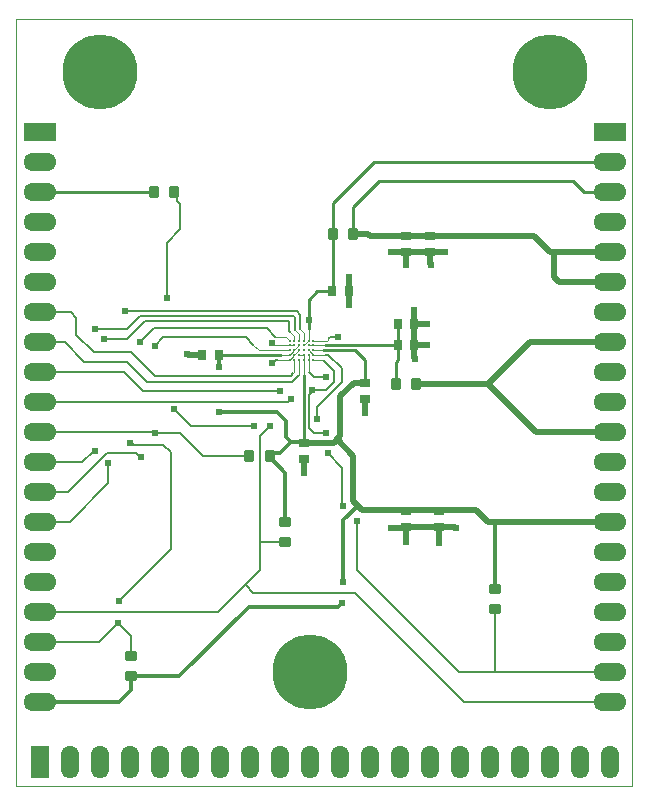
<source format=gtl>
G04*
G04 #@! TF.GenerationSoftware,Altium Limited,Altium Designer,22.1.2 (22)*
G04*
G04 Layer_Physical_Order=1*
G04 Layer_Color=255*
%FSLAX25Y25*%
%MOIN*%
G70*
G04*
G04 #@! TF.SameCoordinates,E10519B3-167D-45EA-A28F-B3D4EE67A307*
G04*
G04*
G04 #@! TF.FilePolarity,Positive*
G04*
G01*
G75*
%ADD12C,0.01000*%
%ADD14C,0.01200*%
%ADD15C,0.00400*%
G04:AMPARAMS|DCode=16|XSize=39.37mil|YSize=35.43mil|CornerRadius=4.43mil|HoleSize=0mil|Usage=FLASHONLY|Rotation=180.000|XOffset=0mil|YOffset=0mil|HoleType=Round|Shape=RoundedRectangle|*
%AMROUNDEDRECTD16*
21,1,0.03937,0.02657,0,0,180.0*
21,1,0.03051,0.03543,0,0,180.0*
1,1,0.00886,-0.01526,0.01329*
1,1,0.00886,0.01526,0.01329*
1,1,0.00886,0.01526,-0.01329*
1,1,0.00886,-0.01526,-0.01329*
%
%ADD16ROUNDEDRECTD16*%
G04:AMPARAMS|DCode=17|XSize=39.37mil|YSize=35.43mil|CornerRadius=4.43mil|HoleSize=0mil|Usage=FLASHONLY|Rotation=270.000|XOffset=0mil|YOffset=0mil|HoleType=Round|Shape=RoundedRectangle|*
%AMROUNDEDRECTD17*
21,1,0.03937,0.02657,0,0,270.0*
21,1,0.03051,0.03543,0,0,270.0*
1,1,0.00886,-0.01329,-0.01526*
1,1,0.00886,-0.01329,0.01526*
1,1,0.00886,0.01329,0.01526*
1,1,0.00886,0.01329,-0.01526*
%
%ADD17ROUNDEDRECTD17*%
%ADD18R,0.02953X0.03740*%
%ADD19R,0.03740X0.02953*%
%ADD20C,0.00945*%
%ADD31C,0.02000*%
%ADD32C,0.00600*%
%ADD33C,0.00800*%
%ADD34C,0.25000*%
%ADD35O,0.11000X0.06000*%
%ADD36R,0.11000X0.06000*%
%ADD37O,0.06000X0.11000*%
%ADD38R,0.06000X0.11000*%
%ADD39C,0.02400*%
D12*
X195963Y214549D02*
Y237230D01*
X197537Y255300D02*
Y262037D01*
Y252313D02*
Y255300D01*
X203000Y246917D02*
X227161D01*
X202375Y245342D02*
X213057D01*
X167756Y243000D02*
X168498Y243742D01*
X108000Y298000D02*
X146000D01*
X168498Y243742D02*
X188375D01*
X213057Y245342D02*
X216200Y242200D01*
Y234456D02*
Y242200D01*
X195963Y214549D02*
X196000Y214512D01*
X289300Y298000D02*
X298000D01*
X285600Y301700D02*
X289300Y298000D01*
X221000Y301700D02*
X285600D01*
X212347Y284000D02*
Y293046D01*
X221000Y301700D01*
X205654Y294253D02*
X219400Y308000D01*
X298000D01*
X205654Y284000D02*
Y294253D01*
X205488Y265000D02*
X205571Y265083D01*
Y283917D01*
X205654Y284000D01*
X205388Y264900D02*
X205488Y265000D01*
X200400Y264900D02*
X205388D01*
X197537Y262037D02*
X200400Y264900D01*
X226654Y241354D02*
X227244Y241944D01*
Y247000D01*
X226654Y234000D02*
Y241354D01*
X227244Y247000D02*
Y254000D01*
X227161Y246917D02*
X227244Y247000D01*
D14*
X259500Y188000D02*
X259600Y187900D01*
Y165893D02*
Y187900D01*
X209100Y168100D02*
Y188700D01*
X213900Y193500D01*
X177600Y159800D02*
X207300D01*
X208700Y161200D01*
X154454Y136653D02*
X177600Y159800D01*
X138400Y136653D02*
X154454D01*
X138400Y132000D02*
Y136653D01*
X134400Y128000D02*
X138400Y132000D01*
X108000Y128000D02*
X134400D01*
X184500Y209703D02*
X189800Y204403D01*
Y188093D02*
Y204403D01*
X184500Y209703D02*
Y209900D01*
X185672Y211072D02*
X188072D01*
X191700Y214700D01*
X184500Y209900D02*
X185672Y211072D01*
X191700Y214700D02*
X195812D01*
X195963Y214549D01*
X189900Y216500D02*
X191700Y214700D01*
X189900Y216500D02*
Y221600D01*
X186900Y224600D02*
X189900Y221600D01*
X167600Y224600D02*
X186900D01*
X167600Y239600D02*
Y240200D01*
X167656Y240256D01*
Y243700D01*
X157000Y243900D02*
X157200Y243700D01*
D15*
X203492Y248492D02*
X204302Y249302D01*
X199112Y248492D02*
X203492D01*
X199112Y246917D02*
X203000D01*
X199112Y245342D02*
X202375D01*
X197537Y238063D02*
Y242193D01*
Y243768D01*
X191213Y243742D02*
X192813Y245342D01*
X197537Y246917D02*
X199112D01*
X195963Y242193D02*
Y243768D01*
Y237230D02*
Y242193D01*
X194388Y237088D02*
Y242193D01*
X179100Y247100D02*
X180858Y245342D01*
X191238D01*
X185200Y247300D02*
X185583Y246917D01*
X185200Y247300D02*
Y247600D01*
X185583Y246917D02*
X191238D01*
X191400Y251500D02*
X192813Y250087D01*
Y248492D02*
Y250087D01*
X186400Y249800D02*
X189930D01*
X191238Y248492D01*
X192300Y237600D02*
X192813Y238113D01*
Y242193D01*
X199112D02*
X202207D01*
X202800Y241600D01*
X194800Y252300D02*
X195963Y251137D01*
Y248492D02*
Y251137D01*
X193100Y252100D02*
X194388Y250812D01*
Y248492D02*
Y250812D01*
X191238Y246917D02*
X192813D01*
X199112Y243768D02*
X203050D01*
X197537Y245342D02*
X199112Y243768D01*
X195963Y246917D02*
X197675Y248630D01*
X194388Y243768D02*
X195963D01*
X197537Y248492D02*
Y252313D01*
Y245342D02*
X197537D01*
X187200Y242193D02*
X191238D01*
X192813Y243768D01*
X194388Y245342D01*
X192813D02*
X194388Y246917D01*
X188375Y243742D02*
X191213D01*
X100000Y100000D02*
Y355600D01*
X305300D01*
Y100000D02*
Y355600D01*
X100000Y100000D02*
X305300D01*
D16*
X259600Y165893D02*
D03*
Y159200D02*
D03*
X189800Y181400D02*
D03*
Y188093D02*
D03*
X138400Y143347D02*
D03*
Y136653D02*
D03*
D17*
X177807Y209900D02*
D03*
X184500D02*
D03*
X226654Y234000D02*
D03*
X233347D02*
D03*
X146000Y298000D02*
D03*
X152693D02*
D03*
X205654Y284000D02*
D03*
X212347D02*
D03*
D18*
X162144Y243700D02*
D03*
X167656D02*
D03*
X232756Y254000D02*
D03*
X227244D02*
D03*
X232756Y247000D02*
D03*
X227244D02*
D03*
X211000Y265000D02*
D03*
X205488D02*
D03*
D19*
X216200Y228944D02*
D03*
Y234456D02*
D03*
X196000Y209000D02*
D03*
Y214512D02*
D03*
X230000Y186244D02*
D03*
Y191756D02*
D03*
X241000Y186244D02*
D03*
Y191756D02*
D03*
X238000Y278000D02*
D03*
Y283512D02*
D03*
X230000Y278044D02*
D03*
Y283556D02*
D03*
D20*
X191238Y242193D02*
D03*
Y243768D02*
D03*
Y245342D02*
D03*
Y246917D02*
D03*
Y248492D02*
D03*
X192813Y242193D02*
D03*
Y243768D02*
D03*
Y245342D02*
D03*
Y246917D02*
D03*
Y248492D02*
D03*
X194388Y242193D02*
D03*
Y243768D02*
D03*
Y245342D02*
D03*
Y246917D02*
D03*
Y248492D02*
D03*
X195963Y242193D02*
D03*
Y243768D02*
D03*
Y245342D02*
D03*
Y246917D02*
D03*
Y248492D02*
D03*
X197537Y242193D02*
D03*
Y243768D02*
D03*
Y245342D02*
D03*
Y246917D02*
D03*
Y248492D02*
D03*
X199112Y242193D02*
D03*
Y243768D02*
D03*
Y245342D02*
D03*
Y246917D02*
D03*
Y248492D02*
D03*
D31*
X259500Y188000D02*
X298000D01*
X257400D02*
X259500D01*
X215400Y192000D02*
X253400D01*
X213900Y193500D02*
X215400Y192000D01*
X212400Y195000D02*
X213900Y193500D01*
X230000Y186244D02*
X241000D01*
X246592Y186100D02*
X246700D01*
X241000Y186244D02*
X246448D01*
X246592Y186100D01*
X230000Y181400D02*
Y186244D01*
X229978Y186222D02*
X230000Y186244D01*
X224922Y186222D02*
X229978D01*
X224900Y186200D02*
X224922Y186222D01*
X241000Y181100D02*
Y186244D01*
X208100Y216700D02*
Y229900D01*
X207006Y215606D02*
X208100Y216700D01*
Y229900D02*
X212633Y234433D01*
X216178D01*
X216200Y234456D01*
X157108Y243900D02*
X157308Y243700D01*
X157000Y243900D02*
X157108D01*
X157308Y243700D02*
X162144D01*
X205912Y214512D02*
X207006Y215606D01*
X212400Y210212D01*
Y195000D02*
Y210212D01*
X253400Y192000D02*
X257400Y188000D01*
X196000Y214512D02*
X205912D01*
X230000Y278044D02*
X242848D01*
X224900Y278000D02*
X224922Y278022D01*
X229978D02*
X230000Y278044D01*
X224922Y278022D02*
X229978D01*
X242848Y278044D02*
X242992Y277900D01*
X243100D01*
X238000Y274008D02*
X238200Y273808D01*
Y273700D02*
Y273808D01*
X238000Y274008D02*
Y278000D01*
X230050Y273750D02*
Y277994D01*
Y273750D02*
X230100Y273700D01*
X230000Y278044D02*
X230050Y277994D01*
X211050Y260550D02*
Y264950D01*
X211000Y265000D02*
X211050Y264950D01*
Y260550D02*
X211100Y260500D01*
X211000Y265000D02*
Y269600D01*
X232756Y242752D02*
Y247000D01*
Y242752D02*
X232900Y242608D01*
Y242500D02*
Y242608D01*
X232728Y254028D02*
Y258672D01*
X232700Y258700D02*
X232728Y258672D01*
Y254028D02*
X232756Y254000D01*
Y247000D02*
Y254000D01*
X237050Y253950D02*
X237100Y253900D01*
X232756Y254000D02*
X232806Y253950D01*
X237050D01*
X232756Y247000D02*
X232806Y247050D01*
X236950D01*
X237000Y247100D01*
X216200Y224500D02*
Y228944D01*
X195950Y204550D02*
Y208950D01*
X195900Y204500D02*
X195950Y204550D01*
Y208950D02*
X196000Y209000D01*
X257300Y234000D02*
X271300Y248000D01*
X273300Y218000D02*
X298000D01*
X257300Y234000D02*
X273300Y218000D01*
X233347Y234000D02*
X257300D01*
X271300Y248000D02*
X298000D01*
X279500Y278000D02*
X298000D01*
X278100D02*
X279500D01*
X279200Y269800D02*
Y277700D01*
X279500Y278000D01*
X279200Y269800D02*
X281000Y268000D01*
X298000D01*
X217988Y283512D02*
X238000D01*
X212347Y284000D02*
X212446Y284100D01*
X217400D01*
X217988Y283512D01*
X238000D02*
X272588D01*
X278100Y278000D01*
D32*
X259600Y138000D02*
X298000D01*
X247800D02*
X259600D01*
Y159200D01*
X108000Y188000D02*
X117900D01*
X130800Y200900D02*
Y207600D01*
X117900Y188000D02*
X130800Y200900D01*
X140030Y211100D02*
X141330Y209800D01*
X141700D01*
X130300Y211100D02*
X140030D01*
X117200Y198000D02*
X130300Y211100D01*
X108000Y198000D02*
X117200D01*
X122100Y208000D02*
X125900Y211800D01*
X126200D01*
X158400Y220200D02*
X179300D01*
X152800Y225800D02*
X158400Y220200D01*
X213600Y172200D02*
X247800Y138000D01*
X213600Y172200D02*
Y188400D01*
X208700Y193900D02*
X209100Y193500D01*
X208700Y193900D02*
Y206200D01*
X203900Y211000D02*
X208700Y206200D01*
X197600Y219400D02*
X199200Y217800D01*
X203200D01*
X200200Y222500D02*
Y226300D01*
X197600Y219400D02*
Y230413D01*
X198700Y231513D02*
Y232000D01*
X197600Y230413D02*
X198700Y231513D01*
X138400Y143347D02*
Y150000D01*
X134100Y154300D02*
X138400Y150000D01*
X181200Y181400D02*
Y216600D01*
Y172000D02*
Y181400D01*
X108000Y158000D02*
X167200D01*
X154500Y217800D02*
X162400Y209900D01*
X146400Y217800D02*
X154500D01*
X162400Y209900D02*
X177807D01*
X138000Y214500D02*
X138487D01*
X139187Y213800D02*
X149048D01*
X151500Y211349D01*
X138487Y214500D02*
X139187Y213800D01*
X108000Y218000D02*
X108100Y217900D01*
X146300D02*
X146400Y217800D01*
X108100Y217900D02*
X146300D01*
X151500Y179000D02*
Y211349D01*
X205900Y234600D02*
Y238500D01*
X200200Y226300D02*
X208600Y234700D01*
Y239300D01*
X203300Y232000D02*
X205900Y234600D01*
X202800Y241600D02*
X205900Y238500D01*
X198700Y232000D02*
X203300D01*
X204132Y243768D02*
X208600Y239300D01*
X149100Y249600D02*
X176600D01*
X146100Y252600D02*
X183600D01*
X141400Y256800D02*
X192500D01*
X193100Y256200D01*
X190700Y255100D02*
X191100Y254700D01*
X176600Y249600D02*
X179100Y247100D01*
X136981Y252381D02*
X141400Y256800D01*
X143000Y255100D02*
X190700D01*
X137000Y249100D02*
X143000Y255100D01*
X183600Y252600D02*
X186400Y249800D01*
X141400Y247900D02*
X146100Y252600D01*
X146200Y246700D02*
X149100Y249600D01*
X136400Y258500D02*
X193500D01*
X194800Y257200D01*
X152693Y298000D02*
X153722Y296971D01*
Y294978D02*
Y296971D01*
Y294978D02*
X154800Y293900D01*
Y285600D02*
Y293900D01*
X150400Y281200D02*
X154800Y285600D01*
X150400Y262700D02*
Y281200D01*
X190700Y228000D02*
X191800Y229100D01*
X108000Y228000D02*
X190700D01*
X203050Y243768D02*
X204132D01*
X207300Y249600D02*
X207400Y249700D01*
X204302Y249302D02*
X204600Y249600D01*
X207300D01*
X167200Y158000D02*
X181200Y172000D01*
Y216600D02*
X184600Y220000D01*
X136900Y241400D02*
X143500Y234800D01*
X146200Y236800D02*
X191500D01*
X143500Y234800D02*
X192100D01*
X138400Y244600D02*
X146200Y236800D01*
X192100Y234800D02*
X194388Y237088D01*
X191500Y236800D02*
X192300Y237600D01*
X142400Y231700D02*
X188000D01*
X136100Y238000D02*
X142400Y231700D01*
X185200Y241000D02*
X185400D01*
X186593Y242193D01*
X187200D01*
X134200Y161700D02*
X151500Y179000D01*
X108000Y148000D02*
X127800D01*
X134100Y154300D01*
X141700Y209800D02*
X141800Y209700D01*
X126000Y244600D02*
X138400D01*
X120100Y250500D02*
Y256200D01*
Y250500D02*
X126000Y244600D01*
X118300Y258000D02*
X120100Y256200D01*
X108000Y258000D02*
X118300D01*
X122800Y241400D02*
X136900D01*
X116200Y248000D02*
X122800Y241400D01*
X108000Y248000D02*
X116200D01*
X108000Y238000D02*
X136100D01*
X108000Y208000D02*
X122100D01*
X129400Y249100D02*
X137000D01*
X191100Y251800D02*
X191400Y251500D01*
X191100Y251800D02*
Y254700D01*
X126198Y252381D02*
X136981D01*
X193100Y252100D02*
Y256200D01*
X194800Y252300D02*
Y257200D01*
D33*
X249400Y128000D02*
X298000D01*
X212900Y164500D02*
X249400Y128000D01*
X179100Y164500D02*
X212900D01*
X181200Y181400D02*
X189800D01*
X199300Y236300D02*
X203200D01*
X197537Y238063D02*
X199300Y236300D01*
X176700Y166900D02*
X179100Y164500D01*
D34*
X278000Y338000D02*
D03*
X128000D02*
D03*
X198000Y138000D02*
D03*
D35*
X298000Y128000D02*
D03*
Y138000D02*
D03*
Y148000D02*
D03*
Y158000D02*
D03*
Y168000D02*
D03*
Y178000D02*
D03*
Y188000D02*
D03*
Y198000D02*
D03*
Y208000D02*
D03*
Y218000D02*
D03*
Y228000D02*
D03*
Y238000D02*
D03*
Y248000D02*
D03*
Y258000D02*
D03*
Y268000D02*
D03*
Y278000D02*
D03*
Y288000D02*
D03*
Y298000D02*
D03*
Y308000D02*
D03*
X108000Y128000D02*
D03*
Y138000D02*
D03*
Y148000D02*
D03*
Y158000D02*
D03*
Y168000D02*
D03*
Y178000D02*
D03*
Y188000D02*
D03*
Y198000D02*
D03*
Y208000D02*
D03*
Y218000D02*
D03*
Y228000D02*
D03*
Y238000D02*
D03*
Y248000D02*
D03*
Y258000D02*
D03*
Y268000D02*
D03*
Y278000D02*
D03*
Y288000D02*
D03*
Y298000D02*
D03*
Y308000D02*
D03*
D36*
X298000Y318000D02*
D03*
X108000D02*
D03*
D37*
X298000Y108000D02*
D03*
X288000D02*
D03*
X278000D02*
D03*
X268000D02*
D03*
X258000D02*
D03*
X248000D02*
D03*
X238000D02*
D03*
X228000D02*
D03*
X218000D02*
D03*
X208000D02*
D03*
X198000D02*
D03*
X188000D02*
D03*
X178000D02*
D03*
X168000D02*
D03*
X158000D02*
D03*
X148000D02*
D03*
X138000D02*
D03*
X128000D02*
D03*
X118000D02*
D03*
D38*
X108000D02*
D03*
D39*
X126200Y211800D02*
D03*
X130800Y207600D02*
D03*
X213600Y188400D02*
D03*
X209100Y193500D02*
D03*
X203900Y211000D02*
D03*
X203200Y217800D02*
D03*
X200200Y222500D02*
D03*
X209100Y168100D02*
D03*
X208700Y161200D02*
D03*
X246700Y186100D02*
D03*
X230000Y181400D02*
D03*
X224900Y186200D02*
D03*
X241000Y181100D02*
D03*
X146400Y217800D02*
D03*
X138000Y214500D02*
D03*
X203200Y236300D02*
D03*
X198700Y232000D02*
D03*
X197537Y255300D02*
D03*
X150400Y262700D02*
D03*
X152800Y225800D02*
D03*
X179300Y220200D02*
D03*
X184600Y220000D02*
D03*
X167600Y224600D02*
D03*
Y239600D02*
D03*
X157000Y243900D02*
D03*
X207400Y249700D02*
D03*
X185200Y241000D02*
D03*
X224900Y278000D02*
D03*
X243100Y277900D02*
D03*
X238200Y273700D02*
D03*
X230100D02*
D03*
X211100Y260500D02*
D03*
X211000Y269600D02*
D03*
X232900Y242500D02*
D03*
X232700Y258700D02*
D03*
X237100Y253900D02*
D03*
X237000Y247100D02*
D03*
X216200Y224500D02*
D03*
X195900Y204500D02*
D03*
X134200Y161700D02*
D03*
X134100Y154300D02*
D03*
X188000Y231700D02*
D03*
X191800Y229100D02*
D03*
X146200Y246700D02*
D03*
X185200Y247600D02*
D03*
X141400Y247900D02*
D03*
X129400Y249100D02*
D03*
X126198Y252381D02*
D03*
X141700Y209800D02*
D03*
X136400Y258500D02*
D03*
M02*

</source>
